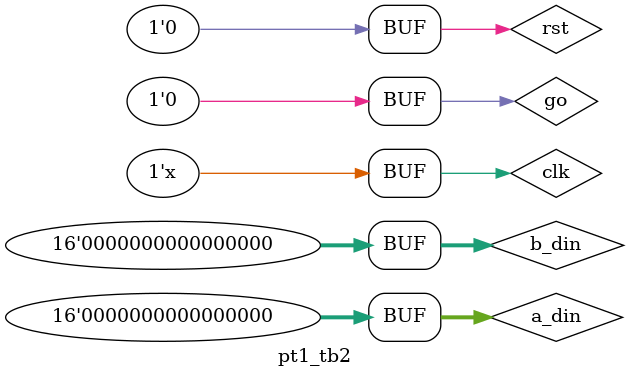
<source format=v>
`timescale 1ns / 1ps


module pt1_tb2;

	reg [15:0] a_din;
	reg [15:0] b_din;
	reg clk;
	reg rst;
	reg go;

	// Outputs
	wire done;
	wire [31:0] p_out;
	wire [2:0] current_state;
	wire [6:0] ab_cnt;
	wire [6:0] p_cnt;

	// Instantiate the Unit Under Test (UUT)
	top_multiplication_IPCORE uut (
		.done(done), 
		.p_out(p_out), 
		.current_state(current_state), 
		.ab_cnt(ab_cnt), 
		.p_cnt(p_cnt), 
		.a_din(a_din), 
		.b_din(b_din), 
		.clk(clk), 
		.rst(rst), 
		.go(go)
	);


	always #1 clk = !clk;

	initial begin
		// Initialize Inputs
		clk = 0;
		rst = 1;
		go = 0;
		a_din = 0;
		b_din = 0;
		// Wait 100 ns for global reset to finish
		#100;
       
		// Add stimulus here
		$monitor("go= %b\t done = %b\t rst = %b\t i = x  = %d\t p(i) = x^2 = %d\n", go, done, rst, ab_cnt, p_out);
		#100; rst = 1'b0; go = 1'b1;
		#10; rst = 1'b0; go = 1'b0;
	end
endmodule


</source>
